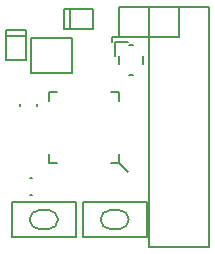
<source format=gbr>
G04 start of page 8 for group -4079 idx -4079 *
G04 Title: UltraNano, topsilk *
G04 Creator: pcb 1.99z *
G04 CreationDate: Thu 15 Jan 2015 11:46:57 GMT UTC *
G04 For: matt *
G04 Format: Gerber/RS-274X *
G04 PCB-Dimensions (mil): 1377.95 1062.99 *
G04 PCB-Coordinate-Origin: lower left *
%MOIN*%
%FSLAX25Y25*%
%LNTOPSILK*%
%ADD53C,0.0059*%
%ADD52C,0.0059*%
%ADD51C,0.0059*%
G54D51*X86024Y89173D02*X84252D01*
Y87402D01*
G54D52*X74409Y34252D02*X95669D01*
Y22441D01*
X74409D01*
X83465Y31496D02*X86614D01*
Y25197D02*X83465D01*
X74409Y22441D02*Y34252D01*
X83465Y31496D02*G75*G03X80315Y28346I0J-3150D01*G01*
Y28346D02*G75*G03X83465Y25196I3150J0D01*G01*
X86614Y25197D02*G75*G03X89764Y28346I0J3150D01*G01*
G75*G03X86614Y31496I-3150J0D01*G01*
X50787Y34252D02*X72047D01*
Y22441D01*
X50787D02*X72047D01*
X59843Y31496D02*X62992D01*
X59843Y25197D02*X62992D01*
X50787Y34252D02*Y22441D01*
X59843Y31496D02*G75*G03X56693Y28346I0J-3150D01*G01*
Y28346D02*G75*G03X59843Y25196I3150J0D01*G01*
X62992Y25197D02*G75*G03X66142Y28346I0J3150D01*G01*
G75*G03X62992Y31496I-3150J0D01*G01*
X59054Y66928D02*Y66142D01*
X53544Y66928D02*Y66142D01*
X48819Y91535D02*X55512D01*
X48819D02*Y81693D01*
X55512D01*
Y91535D02*Y81693D01*
X48819Y89567D02*X55512D01*
X86614Y50197D02*Y47244D01*
Y70866D02*Y67913D01*
X83661Y70866D02*X86614D01*
X62992D02*X65945D01*
X62992D02*Y67913D01*
Y50197D02*Y47244D01*
X65945D01*
X83661D02*X86614D01*
X89567Y44291D01*
X96575Y99173D02*Y19173D01*
X116575D01*
Y99173D01*
X96575D01*
Y89173D02*X106575D01*
Y99173D01*
X86575D02*Y89173D01*
X96575D01*
Y99173D01*
X86575D01*
Y89173D02*X96575D01*
Y99173D01*
G54D53*X94411Y82704D02*Y80184D01*
X89805Y86365D02*X91143D01*
X86537Y82704D02*Y80184D01*
X89805Y76522D02*X91143D01*
X85238Y87664D02*X89490D01*
X85238D02*Y83019D01*
G54D52*X68110Y98425D02*Y91732D01*
X77953D01*
Y98425D02*Y91732D01*
X68110Y98425D02*X77953D01*
X70079D02*Y91732D01*
X57043Y77171D02*X70943D01*
Y88971D02*Y77171D01*
X57043Y88971D02*X70943D01*
X57043D02*Y77171D01*
X56694Y42125D02*X57480D01*
X56694Y36615D02*X57480D01*
M02*

</source>
